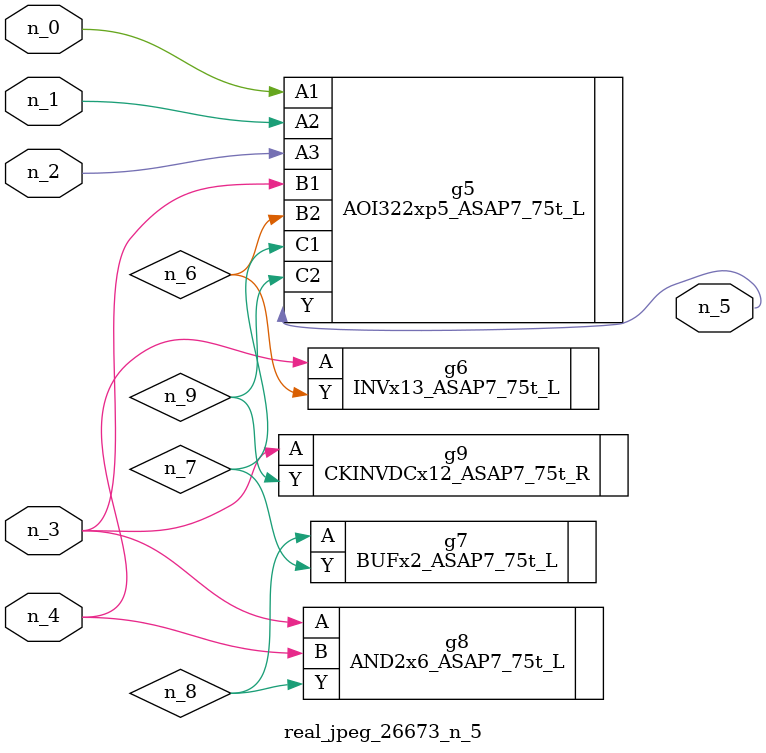
<source format=v>
module real_jpeg_26673_n_5 (n_4, n_0, n_1, n_2, n_3, n_5);

input n_4;
input n_0;
input n_1;
input n_2;
input n_3;

output n_5;

wire n_8;
wire n_6;
wire n_7;
wire n_9;

AOI322xp5_ASAP7_75t_L g5 ( 
.A1(n_0),
.A2(n_1),
.A3(n_2),
.B1(n_3),
.B2(n_6),
.C1(n_7),
.C2(n_9),
.Y(n_5)
);

AND2x6_ASAP7_75t_L g8 ( 
.A(n_3),
.B(n_4),
.Y(n_8)
);

CKINVDCx12_ASAP7_75t_R g9 ( 
.A(n_3),
.Y(n_9)
);

INVx13_ASAP7_75t_L g6 ( 
.A(n_4),
.Y(n_6)
);

BUFx2_ASAP7_75t_L g7 ( 
.A(n_8),
.Y(n_7)
);


endmodule
</source>
